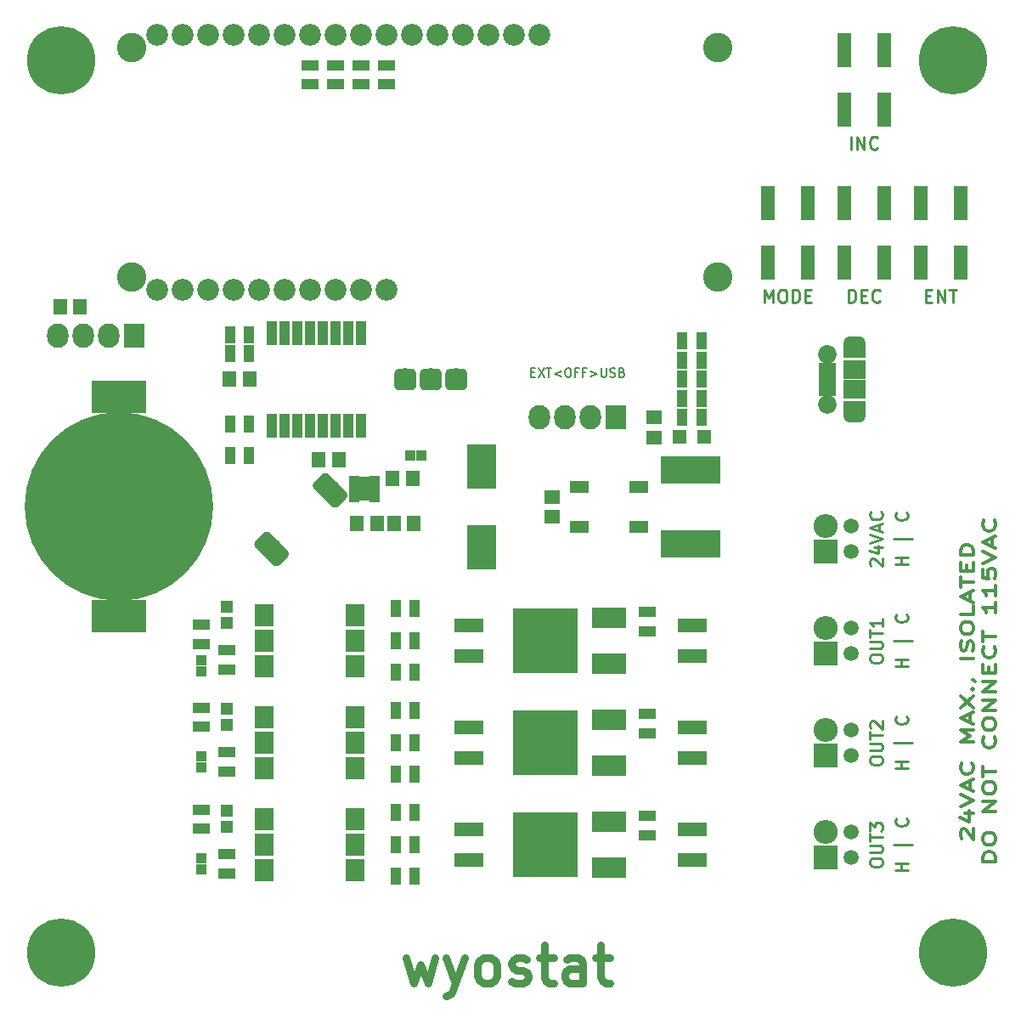
<source format=gts>
G04 #@! TF.GenerationSoftware,KiCad,Pcbnew,5.0.0-rc2-dev-unknown-9e8bcbe~62~ubuntu16.04.1*
G04 #@! TF.CreationDate,2018-03-20T14:36:25+05:30*
G04 #@! TF.ProjectId,wyostat,77796F737461742E6B696361645F7063,rev?*
G04 #@! TF.SameCoordinates,Original*
G04 #@! TF.FileFunction,Soldermask,Top*
G04 #@! TF.FilePolarity,Negative*
%FSLAX46Y46*%
G04 Gerber Fmt 4.6, Leading zero omitted, Abs format (unit mm)*
G04 Created by KiCad (PCBNEW 5.0.0-rc2-dev-unknown-9e8bcbe~62~ubuntu16.04.1) date Tue Mar 20 14:36:25 2018*
%MOMM*%
%LPD*%
G01*
G04 APERTURE LIST*
%ADD10C,0.177800*%
%ADD11C,0.254000*%
%ADD12C,0.317500*%
%ADD13C,0.762000*%
%ADD14R,2.900000X1.400000*%
%ADD15R,3.448000X2.051000*%
%ADD16R,6.496000X6.496000*%
%ADD17R,1.400000X3.400000*%
%ADD18C,2.940000*%
%ADD19C,2.178000*%
%ADD20R,1.950000X1.250000*%
%ADD21R,0.999440X2.398980*%
%ADD22R,1.200000X2.480000*%
%ADD23R,1.100000X0.700000*%
%ADD24C,18.796000*%
%ADD25R,5.480000X3.194000*%
%ADD26C,0.508000*%
%ADD27R,1.400000X1.650000*%
%ADD28R,1.650000X1.400000*%
%ADD29R,1.100000X1.700000*%
%ADD30R,1.700000X1.100000*%
%ADD31R,2.300000X1.600000*%
%ADD32O,2.300000X1.600000*%
%ADD33R,2.300000X1.900000*%
%ADD34C,1.850000*%
%ADD35R,1.750000X0.800000*%
%ADD36R,1.920000X2.180000*%
%ADD37O,2.127200X2.432000*%
%ADD38R,2.127200X2.432000*%
%ADD39O,2.398980X2.398980*%
%ADD40R,2.398980X2.398980*%
%ADD41C,1.500000*%
%ADD42R,1.200000X1.200000*%
%ADD43R,6.000000X2.700000*%
%ADD44R,1.100000X1.000000*%
%ADD45C,2.050000*%
%ADD46R,1.000000X1.100000*%
%ADD47C,1.200000*%
%ADD48C,6.800000*%
%ADD49R,2.900000X4.400000*%
%ADD50R,1.400000X1.400000*%
G04 APERTURE END LIST*
D10*
X83650666Y-67881500D02*
X83947000Y-67881500D01*
X84074000Y-68347166D02*
X83650666Y-68347166D01*
X83650666Y-67458166D01*
X84074000Y-67458166D01*
X84370333Y-67458166D02*
X84963000Y-68347166D01*
X84963000Y-67458166D02*
X84370333Y-68347166D01*
X85174666Y-67458166D02*
X85682666Y-67458166D01*
X85428666Y-68347166D02*
X85428666Y-67458166D01*
X86656333Y-67754500D02*
X85979000Y-68008500D01*
X86656333Y-68262500D01*
X87249000Y-67458166D02*
X87418333Y-67458166D01*
X87503000Y-67500500D01*
X87587666Y-67585166D01*
X87630000Y-67754500D01*
X87630000Y-68050833D01*
X87587666Y-68220166D01*
X87503000Y-68304833D01*
X87418333Y-68347166D01*
X87249000Y-68347166D01*
X87164333Y-68304833D01*
X87079666Y-68220166D01*
X87037333Y-68050833D01*
X87037333Y-67754500D01*
X87079666Y-67585166D01*
X87164333Y-67500500D01*
X87249000Y-67458166D01*
X88307333Y-67881500D02*
X88011000Y-67881500D01*
X88011000Y-68347166D02*
X88011000Y-67458166D01*
X88434333Y-67458166D01*
X89069333Y-67881500D02*
X88773000Y-67881500D01*
X88773000Y-68347166D02*
X88773000Y-67458166D01*
X89196333Y-67458166D01*
X89535000Y-67754500D02*
X90212333Y-68008500D01*
X89535000Y-68262500D01*
X90635666Y-67458166D02*
X90635666Y-68177833D01*
X90678000Y-68262500D01*
X90720333Y-68304833D01*
X90805000Y-68347166D01*
X90974333Y-68347166D01*
X91059000Y-68304833D01*
X91101333Y-68262500D01*
X91143666Y-68177833D01*
X91143666Y-67458166D01*
X91524666Y-68304833D02*
X91651666Y-68347166D01*
X91863333Y-68347166D01*
X91948000Y-68304833D01*
X91990333Y-68262500D01*
X92032666Y-68177833D01*
X92032666Y-68093166D01*
X91990333Y-68008500D01*
X91948000Y-67966166D01*
X91863333Y-67923833D01*
X91694000Y-67881500D01*
X91609333Y-67839166D01*
X91567000Y-67796833D01*
X91524666Y-67712166D01*
X91524666Y-67627500D01*
X91567000Y-67542833D01*
X91609333Y-67500500D01*
X91694000Y-67458166D01*
X91905666Y-67458166D01*
X92032666Y-67500500D01*
X92710000Y-67881500D02*
X92837000Y-67923833D01*
X92879333Y-67966166D01*
X92921666Y-68050833D01*
X92921666Y-68177833D01*
X92879333Y-68262500D01*
X92837000Y-68304833D01*
X92752333Y-68347166D01*
X92413666Y-68347166D01*
X92413666Y-67458166D01*
X92710000Y-67458166D01*
X92794666Y-67500500D01*
X92837000Y-67542833D01*
X92879333Y-67627500D01*
X92879333Y-67712166D01*
X92837000Y-67796833D01*
X92794666Y-67839166D01*
X92710000Y-67881500D01*
X92413666Y-67881500D01*
D11*
X115539761Y-45659523D02*
X115539761Y-44389523D01*
X116144523Y-45659523D02*
X116144523Y-44389523D01*
X116870238Y-45659523D01*
X116870238Y-44389523D01*
X118200714Y-45538571D02*
X118140238Y-45599047D01*
X117958809Y-45659523D01*
X117837857Y-45659523D01*
X117656428Y-45599047D01*
X117535476Y-45478095D01*
X117475000Y-45357142D01*
X117414523Y-45115238D01*
X117414523Y-44933809D01*
X117475000Y-44691904D01*
X117535476Y-44570952D01*
X117656428Y-44450000D01*
X117837857Y-44389523D01*
X117958809Y-44389523D01*
X118140238Y-44450000D01*
X118200714Y-44510476D01*
X123038809Y-60234285D02*
X123462142Y-60234285D01*
X123643571Y-60899523D02*
X123038809Y-60899523D01*
X123038809Y-59629523D01*
X123643571Y-59629523D01*
X124187857Y-60899523D02*
X124187857Y-59629523D01*
X124913571Y-60899523D01*
X124913571Y-59629523D01*
X125336904Y-59629523D02*
X126062619Y-59629523D01*
X125699761Y-60899523D02*
X125699761Y-59629523D01*
X115297857Y-60899523D02*
X115297857Y-59629523D01*
X115600238Y-59629523D01*
X115781666Y-59690000D01*
X115902619Y-59810952D01*
X115963095Y-59931904D01*
X116023571Y-60173809D01*
X116023571Y-60355238D01*
X115963095Y-60597142D01*
X115902619Y-60718095D01*
X115781666Y-60839047D01*
X115600238Y-60899523D01*
X115297857Y-60899523D01*
X116567857Y-60234285D02*
X116991190Y-60234285D01*
X117172619Y-60899523D02*
X116567857Y-60899523D01*
X116567857Y-59629523D01*
X117172619Y-59629523D01*
X118442619Y-60778571D02*
X118382142Y-60839047D01*
X118200714Y-60899523D01*
X118079761Y-60899523D01*
X117898333Y-60839047D01*
X117777380Y-60718095D01*
X117716904Y-60597142D01*
X117656428Y-60355238D01*
X117656428Y-60173809D01*
X117716904Y-59931904D01*
X117777380Y-59810952D01*
X117898333Y-59690000D01*
X118079761Y-59629523D01*
X118200714Y-59629523D01*
X118382142Y-59690000D01*
X118442619Y-59750476D01*
X106921904Y-60899523D02*
X106921904Y-59629523D01*
X107345238Y-60536666D01*
X107768571Y-59629523D01*
X107768571Y-60899523D01*
X108615238Y-59629523D02*
X108857142Y-59629523D01*
X108978095Y-59690000D01*
X109099047Y-59810952D01*
X109159523Y-60052857D01*
X109159523Y-60476190D01*
X109099047Y-60718095D01*
X108978095Y-60839047D01*
X108857142Y-60899523D01*
X108615238Y-60899523D01*
X108494285Y-60839047D01*
X108373333Y-60718095D01*
X108312857Y-60476190D01*
X108312857Y-60052857D01*
X108373333Y-59810952D01*
X108494285Y-59690000D01*
X108615238Y-59629523D01*
X109703809Y-60899523D02*
X109703809Y-59629523D01*
X110006190Y-59629523D01*
X110187619Y-59690000D01*
X110308571Y-59810952D01*
X110369047Y-59931904D01*
X110429523Y-60173809D01*
X110429523Y-60355238D01*
X110369047Y-60597142D01*
X110308571Y-60718095D01*
X110187619Y-60839047D01*
X110006190Y-60899523D01*
X109703809Y-60899523D01*
X110973809Y-60234285D02*
X111397142Y-60234285D01*
X111578571Y-60899523D02*
X110973809Y-60899523D01*
X110973809Y-59629523D01*
X111578571Y-59629523D01*
X117414523Y-116809761D02*
X117414523Y-116567857D01*
X117475000Y-116446904D01*
X117595952Y-116325952D01*
X117837857Y-116265476D01*
X118261190Y-116265476D01*
X118503095Y-116325952D01*
X118624047Y-116446904D01*
X118684523Y-116567857D01*
X118684523Y-116809761D01*
X118624047Y-116930714D01*
X118503095Y-117051666D01*
X118261190Y-117112142D01*
X117837857Y-117112142D01*
X117595952Y-117051666D01*
X117475000Y-116930714D01*
X117414523Y-116809761D01*
X117414523Y-115721190D02*
X118442619Y-115721190D01*
X118563571Y-115660714D01*
X118624047Y-115600238D01*
X118684523Y-115479285D01*
X118684523Y-115237380D01*
X118624047Y-115116428D01*
X118563571Y-115055952D01*
X118442619Y-114995476D01*
X117414523Y-114995476D01*
X117414523Y-114572142D02*
X117414523Y-113846428D01*
X118684523Y-114209285D02*
X117414523Y-114209285D01*
X117414523Y-113544047D02*
X117414523Y-112757857D01*
X117898333Y-113181190D01*
X117898333Y-112999761D01*
X117958809Y-112878809D01*
X118019285Y-112818333D01*
X118140238Y-112757857D01*
X118442619Y-112757857D01*
X118563571Y-112818333D01*
X118624047Y-112878809D01*
X118684523Y-112999761D01*
X118684523Y-113362619D01*
X118624047Y-113483571D01*
X118563571Y-113544047D01*
X117414523Y-106649761D02*
X117414523Y-106407857D01*
X117475000Y-106286904D01*
X117595952Y-106165952D01*
X117837857Y-106105476D01*
X118261190Y-106105476D01*
X118503095Y-106165952D01*
X118624047Y-106286904D01*
X118684523Y-106407857D01*
X118684523Y-106649761D01*
X118624047Y-106770714D01*
X118503095Y-106891666D01*
X118261190Y-106952142D01*
X117837857Y-106952142D01*
X117595952Y-106891666D01*
X117475000Y-106770714D01*
X117414523Y-106649761D01*
X117414523Y-105561190D02*
X118442619Y-105561190D01*
X118563571Y-105500714D01*
X118624047Y-105440238D01*
X118684523Y-105319285D01*
X118684523Y-105077380D01*
X118624047Y-104956428D01*
X118563571Y-104895952D01*
X118442619Y-104835476D01*
X117414523Y-104835476D01*
X117414523Y-104412142D02*
X117414523Y-103686428D01*
X118684523Y-104049285D02*
X117414523Y-104049285D01*
X117535476Y-103323571D02*
X117475000Y-103263095D01*
X117414523Y-103142142D01*
X117414523Y-102839761D01*
X117475000Y-102718809D01*
X117535476Y-102658333D01*
X117656428Y-102597857D01*
X117777380Y-102597857D01*
X117958809Y-102658333D01*
X118684523Y-103384047D01*
X118684523Y-102597857D01*
X117414523Y-96489761D02*
X117414523Y-96247857D01*
X117475000Y-96126904D01*
X117595952Y-96005952D01*
X117837857Y-95945476D01*
X118261190Y-95945476D01*
X118503095Y-96005952D01*
X118624047Y-96126904D01*
X118684523Y-96247857D01*
X118684523Y-96489761D01*
X118624047Y-96610714D01*
X118503095Y-96731666D01*
X118261190Y-96792142D01*
X117837857Y-96792142D01*
X117595952Y-96731666D01*
X117475000Y-96610714D01*
X117414523Y-96489761D01*
X117414523Y-95401190D02*
X118442619Y-95401190D01*
X118563571Y-95340714D01*
X118624047Y-95280238D01*
X118684523Y-95159285D01*
X118684523Y-94917380D01*
X118624047Y-94796428D01*
X118563571Y-94735952D01*
X118442619Y-94675476D01*
X117414523Y-94675476D01*
X117414523Y-94252142D02*
X117414523Y-93526428D01*
X118684523Y-93889285D02*
X117414523Y-93889285D01*
X118684523Y-92437857D02*
X118684523Y-93163571D01*
X118684523Y-92800714D02*
X117414523Y-92800714D01*
X117595952Y-92921666D01*
X117716904Y-93042619D01*
X117777380Y-93163571D01*
X117535476Y-87146190D02*
X117475000Y-87085714D01*
X117414523Y-86964761D01*
X117414523Y-86662380D01*
X117475000Y-86541428D01*
X117535476Y-86480952D01*
X117656428Y-86420476D01*
X117777380Y-86420476D01*
X117958809Y-86480952D01*
X118684523Y-87206666D01*
X118684523Y-86420476D01*
X117837857Y-85331904D02*
X118684523Y-85331904D01*
X117354047Y-85634285D02*
X118261190Y-85936666D01*
X118261190Y-85150476D01*
X117414523Y-84848095D02*
X118684523Y-84424761D01*
X117414523Y-84001428D01*
X118321666Y-83638571D02*
X118321666Y-83033809D01*
X118684523Y-83759523D02*
X117414523Y-83336190D01*
X118684523Y-82912857D01*
X118563571Y-81763809D02*
X118624047Y-81824285D01*
X118684523Y-82005714D01*
X118684523Y-82126666D01*
X118624047Y-82308095D01*
X118503095Y-82429047D01*
X118382142Y-82489523D01*
X118140238Y-82550000D01*
X117958809Y-82550000D01*
X117716904Y-82489523D01*
X117595952Y-82429047D01*
X117475000Y-82308095D01*
X117414523Y-82126666D01*
X117414523Y-82005714D01*
X117475000Y-81824285D01*
X117535476Y-81763809D01*
D12*
X126584226Y-114342333D02*
X126523750Y-114257666D01*
X126463273Y-114088333D01*
X126463273Y-113665000D01*
X126523750Y-113495666D01*
X126584226Y-113411000D01*
X126705178Y-113326333D01*
X126826130Y-113326333D01*
X127007559Y-113411000D01*
X127733273Y-114427000D01*
X127733273Y-113326333D01*
X126886607Y-111802333D02*
X127733273Y-111802333D01*
X126402797Y-112225666D02*
X127309940Y-112649000D01*
X127309940Y-111548333D01*
X126463273Y-111125000D02*
X127733273Y-110532333D01*
X126463273Y-109939666D01*
X127370416Y-109431666D02*
X127370416Y-108585000D01*
X127733273Y-109601000D02*
X126463273Y-109008333D01*
X127733273Y-108415666D01*
X127612321Y-106807000D02*
X127672797Y-106891666D01*
X127733273Y-107145666D01*
X127733273Y-107315000D01*
X127672797Y-107569000D01*
X127551845Y-107738333D01*
X127430892Y-107823000D01*
X127188988Y-107907666D01*
X127007559Y-107907666D01*
X126765654Y-107823000D01*
X126644702Y-107738333D01*
X126523750Y-107569000D01*
X126463273Y-107315000D01*
X126463273Y-107145666D01*
X126523750Y-106891666D01*
X126584226Y-106807000D01*
X127733273Y-104690333D02*
X126463273Y-104690333D01*
X127370416Y-104097666D01*
X126463273Y-103505000D01*
X127733273Y-103505000D01*
X127370416Y-102743000D02*
X127370416Y-101896333D01*
X127733273Y-102912333D02*
X126463273Y-102319666D01*
X127733273Y-101727000D01*
X126463273Y-101303666D02*
X127733273Y-100118333D01*
X126463273Y-100118333D02*
X127733273Y-101303666D01*
X127612321Y-99441000D02*
X127672797Y-99356333D01*
X127733273Y-99441000D01*
X127672797Y-99525666D01*
X127612321Y-99441000D01*
X127733273Y-99441000D01*
X127672797Y-98509666D02*
X127733273Y-98509666D01*
X127854226Y-98594333D01*
X127914702Y-98679000D01*
X127733273Y-96393000D02*
X126463273Y-96393000D01*
X127672797Y-95631000D02*
X127733273Y-95377000D01*
X127733273Y-94953666D01*
X127672797Y-94784333D01*
X127612321Y-94699666D01*
X127491369Y-94615000D01*
X127370416Y-94615000D01*
X127249464Y-94699666D01*
X127188988Y-94784333D01*
X127128511Y-94953666D01*
X127068035Y-95292333D01*
X127007559Y-95461666D01*
X126947083Y-95546333D01*
X126826130Y-95631000D01*
X126705178Y-95631000D01*
X126584226Y-95546333D01*
X126523750Y-95461666D01*
X126463273Y-95292333D01*
X126463273Y-94869000D01*
X126523750Y-94615000D01*
X126463273Y-93514333D02*
X126463273Y-93175666D01*
X126523750Y-93006333D01*
X126644702Y-92837000D01*
X126886607Y-92752333D01*
X127309940Y-92752333D01*
X127551845Y-92837000D01*
X127672797Y-93006333D01*
X127733273Y-93175666D01*
X127733273Y-93514333D01*
X127672797Y-93683666D01*
X127551845Y-93853000D01*
X127309940Y-93937666D01*
X126886607Y-93937666D01*
X126644702Y-93853000D01*
X126523750Y-93683666D01*
X126463273Y-93514333D01*
X127733273Y-91143666D02*
X127733273Y-91990333D01*
X126463273Y-91990333D01*
X127370416Y-90635666D02*
X127370416Y-89789000D01*
X127733273Y-90805000D02*
X126463273Y-90212333D01*
X127733273Y-89619666D01*
X126463273Y-89281000D02*
X126463273Y-88265000D01*
X127733273Y-88773000D02*
X126463273Y-88773000D01*
X127068035Y-87672333D02*
X127068035Y-87079666D01*
X127733273Y-86825666D02*
X127733273Y-87672333D01*
X126463273Y-87672333D01*
X126463273Y-86825666D01*
X127733273Y-86063666D02*
X126463273Y-86063666D01*
X126463273Y-85640333D01*
X126523750Y-85386333D01*
X126644702Y-85217000D01*
X126765654Y-85132333D01*
X127007559Y-85047666D01*
X127188988Y-85047666D01*
X127430892Y-85132333D01*
X127551845Y-85217000D01*
X127672797Y-85386333D01*
X127733273Y-85640333D01*
X127733273Y-86063666D01*
X129955773Y-116670666D02*
X128685773Y-116670666D01*
X128685773Y-116247333D01*
X128746250Y-115993333D01*
X128867202Y-115824000D01*
X128988154Y-115739333D01*
X129230059Y-115654666D01*
X129411488Y-115654666D01*
X129653392Y-115739333D01*
X129774345Y-115824000D01*
X129895297Y-115993333D01*
X129955773Y-116247333D01*
X129955773Y-116670666D01*
X128685773Y-114554000D02*
X128685773Y-114215333D01*
X128746250Y-114046000D01*
X128867202Y-113876666D01*
X129109107Y-113792000D01*
X129532440Y-113792000D01*
X129774345Y-113876666D01*
X129895297Y-114046000D01*
X129955773Y-114215333D01*
X129955773Y-114554000D01*
X129895297Y-114723333D01*
X129774345Y-114892666D01*
X129532440Y-114977333D01*
X129109107Y-114977333D01*
X128867202Y-114892666D01*
X128746250Y-114723333D01*
X128685773Y-114554000D01*
X129955773Y-111675333D02*
X128685773Y-111675333D01*
X129955773Y-110659333D01*
X128685773Y-110659333D01*
X128685773Y-109474000D02*
X128685773Y-109135333D01*
X128746250Y-108966000D01*
X128867202Y-108796666D01*
X129109107Y-108712000D01*
X129532440Y-108712000D01*
X129774345Y-108796666D01*
X129895297Y-108966000D01*
X129955773Y-109135333D01*
X129955773Y-109474000D01*
X129895297Y-109643333D01*
X129774345Y-109812666D01*
X129532440Y-109897333D01*
X129109107Y-109897333D01*
X128867202Y-109812666D01*
X128746250Y-109643333D01*
X128685773Y-109474000D01*
X128685773Y-108204000D02*
X128685773Y-107188000D01*
X129955773Y-107696000D02*
X128685773Y-107696000D01*
X129834821Y-104224666D02*
X129895297Y-104309333D01*
X129955773Y-104563333D01*
X129955773Y-104732666D01*
X129895297Y-104986666D01*
X129774345Y-105156000D01*
X129653392Y-105240666D01*
X129411488Y-105325333D01*
X129230059Y-105325333D01*
X128988154Y-105240666D01*
X128867202Y-105156000D01*
X128746250Y-104986666D01*
X128685773Y-104732666D01*
X128685773Y-104563333D01*
X128746250Y-104309333D01*
X128806726Y-104224666D01*
X128685773Y-103124000D02*
X128685773Y-102785333D01*
X128746250Y-102616000D01*
X128867202Y-102446666D01*
X129109107Y-102362000D01*
X129532440Y-102362000D01*
X129774345Y-102446666D01*
X129895297Y-102616000D01*
X129955773Y-102785333D01*
X129955773Y-103124000D01*
X129895297Y-103293333D01*
X129774345Y-103462666D01*
X129532440Y-103547333D01*
X129109107Y-103547333D01*
X128867202Y-103462666D01*
X128746250Y-103293333D01*
X128685773Y-103124000D01*
X129955773Y-101600000D02*
X128685773Y-101600000D01*
X129955773Y-100584000D01*
X128685773Y-100584000D01*
X129955773Y-99737333D02*
X128685773Y-99737333D01*
X129955773Y-98721333D01*
X128685773Y-98721333D01*
X129290535Y-97874666D02*
X129290535Y-97282000D01*
X129955773Y-97028000D02*
X129955773Y-97874666D01*
X128685773Y-97874666D01*
X128685773Y-97028000D01*
X129834821Y-95250000D02*
X129895297Y-95334666D01*
X129955773Y-95588666D01*
X129955773Y-95758000D01*
X129895297Y-96012000D01*
X129774345Y-96181333D01*
X129653392Y-96266000D01*
X129411488Y-96350666D01*
X129230059Y-96350666D01*
X128988154Y-96266000D01*
X128867202Y-96181333D01*
X128746250Y-96012000D01*
X128685773Y-95758000D01*
X128685773Y-95588666D01*
X128746250Y-95334666D01*
X128806726Y-95250000D01*
X128685773Y-94742000D02*
X128685773Y-93726000D01*
X129955773Y-94234000D02*
X128685773Y-94234000D01*
X129955773Y-90847333D02*
X129955773Y-91863333D01*
X129955773Y-91355333D02*
X128685773Y-91355333D01*
X128867202Y-91524666D01*
X128988154Y-91694000D01*
X129048630Y-91863333D01*
X129955773Y-89154000D02*
X129955773Y-90170000D01*
X129955773Y-89662000D02*
X128685773Y-89662000D01*
X128867202Y-89831333D01*
X128988154Y-90000666D01*
X129048630Y-90170000D01*
X128685773Y-87545333D02*
X128685773Y-88392000D01*
X129290535Y-88476666D01*
X129230059Y-88392000D01*
X129169583Y-88222666D01*
X129169583Y-87799333D01*
X129230059Y-87630000D01*
X129290535Y-87545333D01*
X129411488Y-87460666D01*
X129713869Y-87460666D01*
X129834821Y-87545333D01*
X129895297Y-87630000D01*
X129955773Y-87799333D01*
X129955773Y-88222666D01*
X129895297Y-88392000D01*
X129834821Y-88476666D01*
X128685773Y-86952666D02*
X129955773Y-86360000D01*
X128685773Y-85767333D01*
X129592916Y-85259333D02*
X129592916Y-84412666D01*
X129955773Y-85428666D02*
X128685773Y-84836000D01*
X129955773Y-84243333D01*
X129834821Y-82634666D02*
X129895297Y-82719333D01*
X129955773Y-82973333D01*
X129955773Y-83142666D01*
X129895297Y-83396666D01*
X129774345Y-83566000D01*
X129653392Y-83650666D01*
X129411488Y-83735333D01*
X129230059Y-83735333D01*
X128988154Y-83650666D01*
X128867202Y-83566000D01*
X128746250Y-83396666D01*
X128685773Y-83142666D01*
X128685773Y-82973333D01*
X128746250Y-82719333D01*
X128806726Y-82634666D01*
D13*
X71210714Y-126183571D02*
X71936428Y-128723571D01*
X72662142Y-126909285D01*
X73387857Y-128723571D01*
X74113571Y-126183571D01*
X75202142Y-126183571D02*
X76109285Y-128723571D01*
X77016428Y-126183571D02*
X76109285Y-128723571D01*
X75746428Y-129630714D01*
X75565000Y-129812142D01*
X75202142Y-129993571D01*
X79012142Y-128723571D02*
X78649285Y-128542142D01*
X78467857Y-128360714D01*
X78286428Y-127997857D01*
X78286428Y-126909285D01*
X78467857Y-126546428D01*
X78649285Y-126365000D01*
X79012142Y-126183571D01*
X79556428Y-126183571D01*
X79919285Y-126365000D01*
X80100714Y-126546428D01*
X80282142Y-126909285D01*
X80282142Y-127997857D01*
X80100714Y-128360714D01*
X79919285Y-128542142D01*
X79556428Y-128723571D01*
X79012142Y-128723571D01*
X81733571Y-128542142D02*
X82096428Y-128723571D01*
X82822142Y-128723571D01*
X83185000Y-128542142D01*
X83366428Y-128179285D01*
X83366428Y-127997857D01*
X83185000Y-127635000D01*
X82822142Y-127453571D01*
X82277857Y-127453571D01*
X81915000Y-127272142D01*
X81733571Y-126909285D01*
X81733571Y-126727857D01*
X81915000Y-126365000D01*
X82277857Y-126183571D01*
X82822142Y-126183571D01*
X83185000Y-126365000D01*
X84455000Y-126183571D02*
X85906428Y-126183571D01*
X84999285Y-124913571D02*
X84999285Y-128179285D01*
X85180714Y-128542142D01*
X85543571Y-128723571D01*
X85906428Y-128723571D01*
X88809285Y-128723571D02*
X88809285Y-126727857D01*
X88627857Y-126365000D01*
X88265000Y-126183571D01*
X87539285Y-126183571D01*
X87176428Y-126365000D01*
X88809285Y-128542142D02*
X88446428Y-128723571D01*
X87539285Y-128723571D01*
X87176428Y-128542142D01*
X86995000Y-128179285D01*
X86995000Y-127816428D01*
X87176428Y-127453571D01*
X87539285Y-127272142D01*
X88446428Y-127272142D01*
X88809285Y-127090714D01*
X90079285Y-126183571D02*
X91530714Y-126183571D01*
X90623571Y-124913571D02*
X90623571Y-128179285D01*
X90805000Y-128542142D01*
X91167857Y-128723571D01*
X91530714Y-128723571D01*
D11*
X121224523Y-117505238D02*
X119954523Y-117505238D01*
X120559285Y-117505238D02*
X120559285Y-116779523D01*
X121224523Y-116779523D02*
X119954523Y-116779523D01*
X121647857Y-114904761D02*
X119833571Y-114904761D01*
X121103571Y-112304285D02*
X121164047Y-112364761D01*
X121224523Y-112546190D01*
X121224523Y-112667142D01*
X121164047Y-112848571D01*
X121043095Y-112969523D01*
X120922142Y-113030000D01*
X120680238Y-113090476D01*
X120498809Y-113090476D01*
X120256904Y-113030000D01*
X120135952Y-112969523D01*
X120015000Y-112848571D01*
X119954523Y-112667142D01*
X119954523Y-112546190D01*
X120015000Y-112364761D01*
X120075476Y-112304285D01*
X121224523Y-107345238D02*
X119954523Y-107345238D01*
X120559285Y-107345238D02*
X120559285Y-106619523D01*
X121224523Y-106619523D02*
X119954523Y-106619523D01*
X121647857Y-104744761D02*
X119833571Y-104744761D01*
X121103571Y-102144285D02*
X121164047Y-102204761D01*
X121224523Y-102386190D01*
X121224523Y-102507142D01*
X121164047Y-102688571D01*
X121043095Y-102809523D01*
X120922142Y-102870000D01*
X120680238Y-102930476D01*
X120498809Y-102930476D01*
X120256904Y-102870000D01*
X120135952Y-102809523D01*
X120015000Y-102688571D01*
X119954523Y-102507142D01*
X119954523Y-102386190D01*
X120015000Y-102204761D01*
X120075476Y-102144285D01*
X121224523Y-97185238D02*
X119954523Y-97185238D01*
X120559285Y-97185238D02*
X120559285Y-96459523D01*
X121224523Y-96459523D02*
X119954523Y-96459523D01*
X121647857Y-94584761D02*
X119833571Y-94584761D01*
X121103571Y-91984285D02*
X121164047Y-92044761D01*
X121224523Y-92226190D01*
X121224523Y-92347142D01*
X121164047Y-92528571D01*
X121043095Y-92649523D01*
X120922142Y-92710000D01*
X120680238Y-92770476D01*
X120498809Y-92770476D01*
X120256904Y-92710000D01*
X120135952Y-92649523D01*
X120015000Y-92528571D01*
X119954523Y-92347142D01*
X119954523Y-92226190D01*
X120015000Y-92044761D01*
X120075476Y-91984285D01*
X121224523Y-87025238D02*
X119954523Y-87025238D01*
X120559285Y-87025238D02*
X120559285Y-86299523D01*
X121224523Y-86299523D02*
X119954523Y-86299523D01*
X121647857Y-84424761D02*
X119833571Y-84424761D01*
X121103571Y-81824285D02*
X121164047Y-81884761D01*
X121224523Y-82066190D01*
X121224523Y-82187142D01*
X121164047Y-82368571D01*
X121043095Y-82489523D01*
X120922142Y-82550000D01*
X120680238Y-82610476D01*
X120498809Y-82610476D01*
X120256904Y-82550000D01*
X120135952Y-82489523D01*
X120015000Y-82368571D01*
X119954523Y-82187142D01*
X119954523Y-82066190D01*
X120015000Y-81884761D01*
X120075476Y-81824285D01*
D14*
X77470000Y-113435000D03*
X77470000Y-116435000D03*
X77470000Y-103275000D03*
X77470000Y-106275000D03*
X77470000Y-93115000D03*
X77470000Y-96115000D03*
X99695000Y-93115000D03*
X99695000Y-96115000D03*
X99695000Y-103275000D03*
X99695000Y-106275000D03*
X99695000Y-113435000D03*
X99695000Y-116435000D03*
D15*
X91440000Y-96901000D03*
D16*
X85090000Y-94615000D03*
D15*
X91440000Y-92329000D03*
X91440000Y-107061000D03*
D16*
X85090000Y-104775000D03*
D15*
X91440000Y-102489000D03*
X91440000Y-117221000D03*
D16*
X85090000Y-114935000D03*
D15*
X91440000Y-112649000D03*
D17*
X122460000Y-56975000D03*
X126460000Y-56975000D03*
X126460000Y-50975000D03*
X122460000Y-50975000D03*
X114840000Y-41735000D03*
X118840000Y-41735000D03*
X118840000Y-35735000D03*
X114840000Y-35735000D03*
X114840000Y-56975000D03*
X118840000Y-56975000D03*
X118840000Y-50975000D03*
X114840000Y-50975000D03*
X107220000Y-56975000D03*
X111220000Y-56975000D03*
X111220000Y-50975000D03*
X107220000Y-50975000D03*
D18*
X43815000Y-35560000D03*
X102235000Y-35560000D03*
X102235000Y-58420000D03*
X43815000Y-58420000D03*
D19*
X46355000Y-59690000D03*
X48895000Y-59690000D03*
X51435000Y-59690000D03*
X53975000Y-59690000D03*
X56515000Y-59690000D03*
X59055000Y-59690000D03*
X61595000Y-59690000D03*
X64135000Y-59690000D03*
X66675000Y-59690000D03*
X69215000Y-59690000D03*
X84455000Y-34290000D03*
X81915000Y-34290000D03*
X79375000Y-34290000D03*
X76835000Y-34290000D03*
X74295000Y-34290000D03*
X71755000Y-34290000D03*
X69215000Y-34290000D03*
X66675000Y-34290000D03*
X64135000Y-34290000D03*
X61595000Y-34290000D03*
X59055000Y-34290000D03*
X56515000Y-34290000D03*
X53975000Y-34290000D03*
X51435000Y-34290000D03*
X48895000Y-34290000D03*
X46355000Y-34290000D03*
D20*
X94390000Y-79280000D03*
X94390000Y-83280000D03*
X88490000Y-83280000D03*
X88490000Y-79280000D03*
D21*
X57785000Y-63929260D03*
X59055000Y-63929260D03*
X60325000Y-63929260D03*
X61595000Y-63929260D03*
X62865000Y-63929260D03*
X64135000Y-63929260D03*
X65405000Y-63929260D03*
X66675000Y-63929260D03*
X66675000Y-73230740D03*
X65405000Y-73230740D03*
X64135000Y-73230740D03*
X62865000Y-73230740D03*
X61595000Y-73230740D03*
X60325000Y-73230740D03*
X59055000Y-73230740D03*
X57785000Y-73230740D03*
D22*
X67056000Y-79502000D03*
D23*
X66066000Y-80502000D03*
X66066000Y-80002000D03*
X66066000Y-79502000D03*
X66066000Y-79002000D03*
X66066000Y-78502000D03*
X68046000Y-78502000D03*
X68046000Y-79002000D03*
X68046000Y-79502000D03*
X68046000Y-80002000D03*
X68046000Y-80502000D03*
D24*
X42545000Y-81280000D03*
D25*
X42545000Y-70358000D03*
X42545000Y-92202000D03*
D26*
G36*
X76797870Y-67493622D02*
X76850727Y-67501462D01*
X76902560Y-67514446D01*
X76952871Y-67532448D01*
X77001176Y-67555294D01*
X77047008Y-67582765D01*
X77089927Y-67614596D01*
X77129520Y-67650480D01*
X77165404Y-67690073D01*
X77197235Y-67732992D01*
X77224706Y-67778824D01*
X77247552Y-67827129D01*
X77265554Y-67877440D01*
X77278538Y-67929273D01*
X77286378Y-67982130D01*
X77289000Y-68035500D01*
X77289000Y-69124500D01*
X77286378Y-69177870D01*
X77278538Y-69230727D01*
X77265554Y-69282560D01*
X77247552Y-69332871D01*
X77224706Y-69381176D01*
X77197235Y-69427008D01*
X77165404Y-69469927D01*
X77129520Y-69509520D01*
X77089927Y-69545404D01*
X77047008Y-69577235D01*
X77001176Y-69604706D01*
X76952871Y-69627552D01*
X76902560Y-69645554D01*
X76850727Y-69658538D01*
X76797870Y-69666378D01*
X76744500Y-69669000D01*
X75655500Y-69669000D01*
X75602130Y-69666378D01*
X75549273Y-69658538D01*
X75497440Y-69645554D01*
X75447129Y-69627552D01*
X75398824Y-69604706D01*
X75352992Y-69577235D01*
X75310073Y-69545404D01*
X75270480Y-69509520D01*
X75234596Y-69469927D01*
X75202765Y-69427008D01*
X75175294Y-69381176D01*
X75152448Y-69332871D01*
X75134446Y-69282560D01*
X75121462Y-69230727D01*
X75113622Y-69177870D01*
X75111000Y-69124500D01*
X75111000Y-68035500D01*
X75113622Y-67982130D01*
X75121462Y-67929273D01*
X75134446Y-67877440D01*
X75152448Y-67827129D01*
X75175294Y-67778824D01*
X75202765Y-67732992D01*
X75234596Y-67690073D01*
X75270480Y-67650480D01*
X75310073Y-67614596D01*
X75352992Y-67582765D01*
X75398824Y-67555294D01*
X75447129Y-67532448D01*
X75497440Y-67514446D01*
X75549273Y-67501462D01*
X75602130Y-67493622D01*
X75655500Y-67491000D01*
X76744500Y-67491000D01*
X76797870Y-67493622D01*
X76797870Y-67493622D01*
G37*
D19*
X76200000Y-68580000D03*
D26*
G36*
X74257870Y-67493622D02*
X74310727Y-67501462D01*
X74362560Y-67514446D01*
X74412871Y-67532448D01*
X74461176Y-67555294D01*
X74507008Y-67582765D01*
X74549927Y-67614596D01*
X74589520Y-67650480D01*
X74625404Y-67690073D01*
X74657235Y-67732992D01*
X74684706Y-67778824D01*
X74707552Y-67827129D01*
X74725554Y-67877440D01*
X74738538Y-67929273D01*
X74746378Y-67982130D01*
X74749000Y-68035500D01*
X74749000Y-69124500D01*
X74746378Y-69177870D01*
X74738538Y-69230727D01*
X74725554Y-69282560D01*
X74707552Y-69332871D01*
X74684706Y-69381176D01*
X74657235Y-69427008D01*
X74625404Y-69469927D01*
X74589520Y-69509520D01*
X74549927Y-69545404D01*
X74507008Y-69577235D01*
X74461176Y-69604706D01*
X74412871Y-69627552D01*
X74362560Y-69645554D01*
X74310727Y-69658538D01*
X74257870Y-69666378D01*
X74204500Y-69669000D01*
X73115500Y-69669000D01*
X73062130Y-69666378D01*
X73009273Y-69658538D01*
X72957440Y-69645554D01*
X72907129Y-69627552D01*
X72858824Y-69604706D01*
X72812992Y-69577235D01*
X72770073Y-69545404D01*
X72730480Y-69509520D01*
X72694596Y-69469927D01*
X72662765Y-69427008D01*
X72635294Y-69381176D01*
X72612448Y-69332871D01*
X72594446Y-69282560D01*
X72581462Y-69230727D01*
X72573622Y-69177870D01*
X72571000Y-69124500D01*
X72571000Y-68035500D01*
X72573622Y-67982130D01*
X72581462Y-67929273D01*
X72594446Y-67877440D01*
X72612448Y-67827129D01*
X72635294Y-67778824D01*
X72662765Y-67732992D01*
X72694596Y-67690073D01*
X72730480Y-67650480D01*
X72770073Y-67614596D01*
X72812992Y-67582765D01*
X72858824Y-67555294D01*
X72907129Y-67532448D01*
X72957440Y-67514446D01*
X73009273Y-67501462D01*
X73062130Y-67493622D01*
X73115500Y-67491000D01*
X74204500Y-67491000D01*
X74257870Y-67493622D01*
X74257870Y-67493622D01*
G37*
D19*
X73660000Y-68580000D03*
D26*
G36*
X71717870Y-67493622D02*
X71770727Y-67501462D01*
X71822560Y-67514446D01*
X71872871Y-67532448D01*
X71921176Y-67555294D01*
X71967008Y-67582765D01*
X72009927Y-67614596D01*
X72049520Y-67650480D01*
X72085404Y-67690073D01*
X72117235Y-67732992D01*
X72144706Y-67778824D01*
X72167552Y-67827129D01*
X72185554Y-67877440D01*
X72198538Y-67929273D01*
X72206378Y-67982130D01*
X72209000Y-68035500D01*
X72209000Y-69124500D01*
X72206378Y-69177870D01*
X72198538Y-69230727D01*
X72185554Y-69282560D01*
X72167552Y-69332871D01*
X72144706Y-69381176D01*
X72117235Y-69427008D01*
X72085404Y-69469927D01*
X72049520Y-69509520D01*
X72009927Y-69545404D01*
X71967008Y-69577235D01*
X71921176Y-69604706D01*
X71872871Y-69627552D01*
X71822560Y-69645554D01*
X71770727Y-69658538D01*
X71717870Y-69666378D01*
X71664500Y-69669000D01*
X70575500Y-69669000D01*
X70522130Y-69666378D01*
X70469273Y-69658538D01*
X70417440Y-69645554D01*
X70367129Y-69627552D01*
X70318824Y-69604706D01*
X70272992Y-69577235D01*
X70230073Y-69545404D01*
X70190480Y-69509520D01*
X70154596Y-69469927D01*
X70122765Y-69427008D01*
X70095294Y-69381176D01*
X70072448Y-69332871D01*
X70054446Y-69282560D01*
X70041462Y-69230727D01*
X70033622Y-69177870D01*
X70031000Y-69124500D01*
X70031000Y-68035500D01*
X70033622Y-67982130D01*
X70041462Y-67929273D01*
X70054446Y-67877440D01*
X70072448Y-67827129D01*
X70095294Y-67778824D01*
X70122765Y-67732992D01*
X70154596Y-67690073D01*
X70190480Y-67650480D01*
X70230073Y-67614596D01*
X70272992Y-67582765D01*
X70318824Y-67555294D01*
X70367129Y-67532448D01*
X70417440Y-67514446D01*
X70469273Y-67501462D01*
X70522130Y-67493622D01*
X70575500Y-67491000D01*
X71664500Y-67491000D01*
X71717870Y-67493622D01*
X71717870Y-67493622D01*
G37*
D19*
X71120000Y-68580000D03*
D27*
X53610000Y-68580000D03*
X55610000Y-68580000D03*
D28*
X85725000Y-80280000D03*
X85725000Y-82280000D03*
D27*
X71993000Y-82931000D03*
X69993000Y-82931000D03*
X69866000Y-78486000D03*
X71866000Y-78486000D03*
X64500000Y-76581000D03*
X62500000Y-76581000D03*
X66310000Y-82931000D03*
X68310000Y-82931000D03*
X38719000Y-61341000D03*
X36719000Y-61341000D03*
D28*
X95885000Y-72380600D03*
X95885000Y-74380600D03*
D29*
X70170000Y-94615000D03*
X72070000Y-94615000D03*
X70170000Y-97790000D03*
X72070000Y-97790000D03*
D30*
X50800000Y-93030000D03*
X50800000Y-94930000D03*
X53340000Y-95570000D03*
X53340000Y-97470000D03*
D29*
X70170000Y-91440000D03*
X72070000Y-91440000D03*
D30*
X95250000Y-91760000D03*
X95250000Y-93660000D03*
D29*
X70170000Y-104775000D03*
X72070000Y-104775000D03*
X70170000Y-107950000D03*
X72070000Y-107950000D03*
D30*
X50800000Y-101285000D03*
X50800000Y-103185000D03*
X53340000Y-105730000D03*
X53340000Y-107630000D03*
X95250000Y-101920000D03*
X95250000Y-103820000D03*
D29*
X70170000Y-101600000D03*
X72070000Y-101600000D03*
X70170000Y-114935000D03*
X72070000Y-114935000D03*
X70170000Y-118110000D03*
X72070000Y-118110000D03*
D30*
X50800000Y-111445000D03*
X50800000Y-113345000D03*
X53340000Y-115890000D03*
X53340000Y-117790000D03*
D29*
X70170000Y-111760000D03*
X72070000Y-111760000D03*
D30*
X95250000Y-112080000D03*
X95250000Y-113980000D03*
X66675000Y-39177000D03*
X66675000Y-37277000D03*
X69215000Y-39177000D03*
X69215000Y-37277000D03*
X64135000Y-39177000D03*
X64135000Y-37277000D03*
X61595000Y-39177000D03*
X61595000Y-37277000D03*
D29*
X98745000Y-72390000D03*
X100645000Y-72390000D03*
X100645000Y-64770000D03*
X98745000Y-64770000D03*
X100645000Y-70485000D03*
X98745000Y-70485000D03*
X100645000Y-68580000D03*
X98745000Y-68580000D03*
X100645000Y-66675000D03*
X98745000Y-66675000D03*
X55560000Y-76200000D03*
X53660000Y-76200000D03*
X55560000Y-73025000D03*
X53660000Y-73025000D03*
X55560000Y-64135000D03*
X53660000Y-64135000D03*
X55560000Y-66040000D03*
X53660000Y-66040000D03*
D31*
X115920000Y-71480000D03*
X115920000Y-65680000D03*
D32*
X115920000Y-65080000D03*
X115920000Y-72080000D03*
D33*
X115920000Y-69580000D03*
D34*
X113220000Y-66080000D03*
D35*
X113220000Y-68580000D03*
X113220000Y-67930000D03*
X113220000Y-67280000D03*
X113220000Y-69880000D03*
X113220000Y-69230000D03*
D34*
X113220000Y-71080000D03*
D33*
X115920000Y-67580000D03*
D36*
X57090000Y-92075000D03*
X57090000Y-94615000D03*
X57090000Y-97155000D03*
X66100000Y-97155000D03*
X66100000Y-94615000D03*
X66100000Y-92075000D03*
X57090000Y-102235000D03*
X57090000Y-104775000D03*
X57090000Y-107315000D03*
X66100000Y-107315000D03*
X66100000Y-104775000D03*
X66100000Y-102235000D03*
X57090000Y-112395000D03*
X57090000Y-114935000D03*
X57090000Y-117475000D03*
X66100000Y-117475000D03*
X66100000Y-114935000D03*
X66100000Y-112395000D03*
D37*
X36449000Y-64262000D03*
X38989000Y-64262000D03*
X41529000Y-64262000D03*
D38*
X44069000Y-64262000D03*
D39*
X113030000Y-93325000D03*
D40*
X113030000Y-95865000D03*
D41*
X115570000Y-95865000D03*
X115570000Y-93325000D03*
D39*
X113030000Y-83165000D03*
D40*
X113030000Y-85705000D03*
D41*
X115570000Y-85705000D03*
X115570000Y-83165000D03*
D39*
X113030000Y-103485000D03*
D40*
X113030000Y-106025000D03*
D41*
X115570000Y-106025000D03*
X115570000Y-103485000D03*
D39*
X113030000Y-113645000D03*
D40*
X113030000Y-116185000D03*
D41*
X115570000Y-116185000D03*
X115570000Y-113645000D03*
D42*
X53340000Y-92875000D03*
X53340000Y-91275000D03*
X53340000Y-103035000D03*
X53340000Y-101435000D03*
X53340000Y-113195000D03*
X53340000Y-111595000D03*
D43*
X99568000Y-77580000D03*
X99568000Y-84980000D03*
D38*
X92075000Y-72390000D03*
D37*
X89535000Y-72390000D03*
X86995000Y-72390000D03*
X84455000Y-72390000D03*
D44*
X50800000Y-96605000D03*
X50800000Y-97705000D03*
X50800000Y-106130000D03*
X50800000Y-107230000D03*
X50800000Y-116290000D03*
X50800000Y-117390000D03*
D26*
G36*
X57362122Y-83754701D02*
X57411872Y-83762081D01*
X57460659Y-83774301D01*
X57508013Y-83791245D01*
X57553479Y-83812748D01*
X57596618Y-83838605D01*
X57637015Y-83868565D01*
X57674280Y-83902341D01*
X59353659Y-85581720D01*
X59387435Y-85618985D01*
X59417395Y-85659382D01*
X59443252Y-85702521D01*
X59464755Y-85747987D01*
X59481699Y-85795341D01*
X59493919Y-85844128D01*
X59501299Y-85893878D01*
X59503767Y-85944112D01*
X59501299Y-85994346D01*
X59493919Y-86044096D01*
X59481699Y-86092883D01*
X59464755Y-86140237D01*
X59443252Y-86185703D01*
X59417395Y-86228842D01*
X59387435Y-86269239D01*
X59353659Y-86306504D01*
X58628874Y-87031289D01*
X58591609Y-87065065D01*
X58551212Y-87095025D01*
X58508073Y-87120882D01*
X58462607Y-87142385D01*
X58415253Y-87159329D01*
X58366466Y-87171549D01*
X58316716Y-87178929D01*
X58266482Y-87181397D01*
X58216248Y-87178929D01*
X58166498Y-87171549D01*
X58117711Y-87159329D01*
X58070357Y-87142385D01*
X58024891Y-87120882D01*
X57981752Y-87095025D01*
X57941355Y-87065065D01*
X57904090Y-87031289D01*
X56224711Y-85351910D01*
X56190935Y-85314645D01*
X56160975Y-85274248D01*
X56135118Y-85231109D01*
X56113615Y-85185643D01*
X56096671Y-85138289D01*
X56084451Y-85089502D01*
X56077071Y-85039752D01*
X56074603Y-84989518D01*
X56077071Y-84939284D01*
X56084451Y-84889534D01*
X56096671Y-84840747D01*
X56113615Y-84793393D01*
X56135118Y-84747927D01*
X56160975Y-84704788D01*
X56190935Y-84664391D01*
X56224711Y-84627126D01*
X56949496Y-83902341D01*
X56986761Y-83868565D01*
X57027158Y-83838605D01*
X57070297Y-83812748D01*
X57115763Y-83791245D01*
X57163117Y-83774301D01*
X57211904Y-83762081D01*
X57261654Y-83754701D01*
X57311888Y-83752233D01*
X57362122Y-83754701D01*
X57362122Y-83754701D01*
G37*
D45*
X57789185Y-85466815D03*
D26*
G36*
X63195752Y-77921071D02*
X63245502Y-77928451D01*
X63294289Y-77940671D01*
X63341643Y-77957615D01*
X63387109Y-77979118D01*
X63430248Y-78004975D01*
X63470645Y-78034935D01*
X63507910Y-78068711D01*
X65187289Y-79748090D01*
X65221065Y-79785355D01*
X65251025Y-79825752D01*
X65276882Y-79868891D01*
X65298385Y-79914357D01*
X65315329Y-79961711D01*
X65327549Y-80010498D01*
X65334929Y-80060248D01*
X65337397Y-80110482D01*
X65334929Y-80160716D01*
X65327549Y-80210466D01*
X65315329Y-80259253D01*
X65298385Y-80306607D01*
X65276882Y-80352073D01*
X65251025Y-80395212D01*
X65221065Y-80435609D01*
X65187289Y-80472874D01*
X64462504Y-81197659D01*
X64425239Y-81231435D01*
X64384842Y-81261395D01*
X64341703Y-81287252D01*
X64296237Y-81308755D01*
X64248883Y-81325699D01*
X64200096Y-81337919D01*
X64150346Y-81345299D01*
X64100112Y-81347767D01*
X64049878Y-81345299D01*
X64000128Y-81337919D01*
X63951341Y-81325699D01*
X63903987Y-81308755D01*
X63858521Y-81287252D01*
X63815382Y-81261395D01*
X63774985Y-81231435D01*
X63737720Y-81197659D01*
X62058341Y-79518280D01*
X62024565Y-79481015D01*
X61994605Y-79440618D01*
X61968748Y-79397479D01*
X61947245Y-79352013D01*
X61930301Y-79304659D01*
X61918081Y-79255872D01*
X61910701Y-79206122D01*
X61908233Y-79155888D01*
X61910701Y-79105654D01*
X61918081Y-79055904D01*
X61930301Y-79007117D01*
X61947245Y-78959763D01*
X61968748Y-78914297D01*
X61994605Y-78871158D01*
X62024565Y-78830761D01*
X62058341Y-78793496D01*
X62783126Y-78068711D01*
X62820391Y-78034935D01*
X62860788Y-78004975D01*
X62903927Y-77979118D01*
X62949393Y-77957615D01*
X62996747Y-77940671D01*
X63045534Y-77928451D01*
X63095284Y-77921071D01*
X63145518Y-77918603D01*
X63195752Y-77921071D01*
X63195752Y-77921071D01*
G37*
D45*
X63622815Y-79633185D03*
D46*
X72686000Y-76200000D03*
X71586000Y-76200000D03*
D47*
X38527056Y-35132944D03*
X36830000Y-34430000D03*
X35132944Y-35132944D03*
X34430000Y-36830000D03*
X35132944Y-38527056D03*
X36830000Y-39230000D03*
X38527056Y-38527056D03*
X39230000Y-36830000D03*
D48*
X36830000Y-36830000D03*
D47*
X127427056Y-35132944D03*
X125730000Y-34430000D03*
X124032944Y-35132944D03*
X123330000Y-36830000D03*
X124032944Y-38527056D03*
X125730000Y-39230000D03*
X127427056Y-38527056D03*
X128130000Y-36830000D03*
D48*
X125730000Y-36830000D03*
X36830000Y-125730000D03*
D47*
X39230000Y-125730000D03*
X38527056Y-127427056D03*
X36830000Y-128130000D03*
X35132944Y-127427056D03*
X34430000Y-125730000D03*
X35132944Y-124032944D03*
X36830000Y-123330000D03*
X38527056Y-124032944D03*
D48*
X125730000Y-125730000D03*
D47*
X128130000Y-125730000D03*
X127427056Y-127427056D03*
X125730000Y-128130000D03*
X124032944Y-127427056D03*
X123330000Y-125730000D03*
X124032944Y-124032944D03*
X125730000Y-123330000D03*
X127427056Y-124032944D03*
D49*
X78740000Y-85280000D03*
X78740000Y-77280000D03*
D50*
X98445000Y-74295000D03*
X100945000Y-74295000D03*
M02*

</source>
